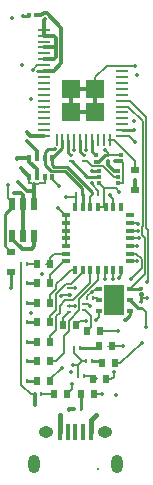
<source format=gbr>
G04 #@! TF.FileFunction,Copper,L1,Top,Signal*
%FSLAX46Y46*%
G04 Gerber Fmt 4.6, Leading zero omitted, Abs format (unit mm)*
G04 Created by KiCad (PCBNEW 4.0.5) date 07/06/17 21:13:05*
%MOMM*%
%LPD*%
G01*
G04 APERTURE LIST*
%ADD10C,0.100000*%
%ADD11R,0.430000X0.280000*%
%ADD12R,0.400000X1.350000*%
%ADD13O,1.250000X0.950000*%
%ADD14O,1.000000X1.550000*%
%ADD15R,0.600000X0.700000*%
%ADD16R,0.600000X1.050000*%
%ADD17R,0.350000X0.500000*%
%ADD18R,0.800000X0.600000*%
%ADD19R,1.000000X0.254000*%
%ADD20R,0.254000X1.000000*%
%ADD21R,1.500000X1.500000*%
%ADD22R,0.350000X0.300000*%
%ADD23R,0.300000X0.350000*%
%ADD24R,0.750000X0.350000*%
%ADD25R,0.350000X0.750000*%
%ADD26R,0.280000X0.430000*%
%ADD27R,0.400000X0.350000*%
%ADD28R,0.500000X0.450000*%
%ADD29R,1.750000X2.500000*%
%ADD30C,0.355600*%
%ADD31C,0.304800*%
%ADD32C,0.152400*%
%ADD33C,0.203200*%
%ADD34C,0.304800*%
%ADD35C,0.254000*%
%ADD36C,0.381000*%
%ADD37C,0.106680*%
G04 APERTURE END LIST*
D10*
D11*
X139192000Y-92208000D03*
X139192000Y-91688000D03*
D12*
X138400000Y-102409000D03*
X139050000Y-102409000D03*
X139700000Y-102409000D03*
X140350000Y-102409000D03*
X141000000Y-102409000D03*
D13*
X137200000Y-102409000D03*
X142200000Y-102409000D03*
D14*
X136200000Y-105109000D03*
X143200000Y-105109000D03*
D15*
X136483000Y-93091000D03*
X137583000Y-93091000D03*
X136483000Y-88138000D03*
X137583000Y-88138000D03*
D16*
X136205000Y-83105000D03*
X135255000Y-83105000D03*
X134305000Y-83105000D03*
X134305000Y-85805000D03*
X135255000Y-85805000D03*
X136205000Y-85805000D03*
D17*
X135804000Y-79210000D03*
X136454000Y-79210000D03*
X137104000Y-79210000D03*
X137754000Y-79210000D03*
X137754000Y-80810000D03*
X137104000Y-80810000D03*
X136454000Y-80810000D03*
X135804000Y-80810000D03*
D11*
X139319000Y-78937200D03*
X139319000Y-79457200D03*
D18*
X134239000Y-87110200D03*
X134239000Y-88810200D03*
X144780000Y-81876000D03*
X144780000Y-80176000D03*
D19*
X137046000Y-68321000D03*
X137046000Y-68821000D03*
X137046000Y-69321000D03*
X137046000Y-69821000D03*
X137046000Y-70321000D03*
X137046000Y-77321000D03*
X137046000Y-70821000D03*
X137046000Y-71321000D03*
X137046000Y-71821000D03*
X137046000Y-72321000D03*
X137046000Y-72821000D03*
X137046000Y-73321000D03*
X137046000Y-73821000D03*
X137046000Y-74321000D03*
X137046000Y-74821000D03*
X137046000Y-75321000D03*
X137046000Y-75821000D03*
X137046000Y-76321000D03*
X137046000Y-76821000D03*
D20*
X138101000Y-77611000D03*
X138601000Y-77611000D03*
X139101000Y-77611000D03*
X139601000Y-77611000D03*
X140101000Y-77611000D03*
X140601000Y-77611000D03*
X141101000Y-77611000D03*
X141601000Y-77611000D03*
X142101000Y-77611000D03*
X142601000Y-77611000D03*
D19*
X143656000Y-77321000D03*
X143656000Y-76821000D03*
X143656000Y-76321000D03*
X143656000Y-75821000D03*
X143656000Y-75321000D03*
X143656000Y-74821000D03*
X143656000Y-74321000D03*
X143656000Y-73821000D03*
X143656000Y-73321000D03*
X143656000Y-72821000D03*
X143656000Y-72321000D03*
X143656000Y-71821000D03*
D21*
X139351000Y-73311000D03*
X139351000Y-75311000D03*
X141351000Y-75311000D03*
X141351000Y-73311000D03*
D22*
X141401800Y-79502600D03*
X141401800Y-78942600D03*
D23*
X136347800Y-67106800D03*
X135787800Y-67106800D03*
D22*
X143535400Y-79451800D03*
X143535400Y-78891800D03*
D24*
X138930000Y-84029000D03*
X138930000Y-84679000D03*
X138930000Y-85329000D03*
X138930000Y-85979000D03*
X138930000Y-86629000D03*
X138930000Y-87279000D03*
X138930000Y-87929000D03*
D25*
X139655000Y-88654000D03*
D24*
X144280000Y-87929000D03*
X144280000Y-87279000D03*
X144280000Y-86629000D03*
X144280000Y-85979000D03*
X144280000Y-85329000D03*
X144280000Y-84679000D03*
X144280000Y-84029000D03*
D25*
X140305000Y-88654000D03*
X140955000Y-88654000D03*
X141605000Y-88654000D03*
X142255000Y-88654000D03*
X142905000Y-88654000D03*
X143555000Y-88654000D03*
X143555000Y-83304000D03*
X142905000Y-83304000D03*
X142255000Y-83304000D03*
X141605000Y-83304000D03*
X140955000Y-83304000D03*
X140305000Y-83304000D03*
X139655000Y-83304000D03*
D26*
X141636400Y-82240120D03*
X141116400Y-82240120D03*
X142652400Y-82321400D03*
X142132400Y-82321400D03*
X135642000Y-88138000D03*
X135122000Y-88138000D03*
X135642000Y-91440000D03*
X135122000Y-91440000D03*
X135642000Y-94742000D03*
X135122000Y-94742000D03*
X135642000Y-98044000D03*
X135122000Y-98044000D03*
X140137800Y-100457000D03*
X139617800Y-100457000D03*
X141103000Y-96393000D03*
X140583000Y-96393000D03*
D11*
X140462000Y-92055600D03*
X140462000Y-91535600D03*
D26*
X135642000Y-89789000D03*
X135122000Y-89789000D03*
X135642000Y-93091000D03*
X135122000Y-93091000D03*
X135642000Y-96393000D03*
X135122000Y-96393000D03*
X136785000Y-99187000D03*
X136265000Y-99187000D03*
X140468000Y-97663000D03*
X139948000Y-97663000D03*
X140087000Y-95250000D03*
X139567000Y-95250000D03*
D11*
X142468600Y-79457200D03*
X142468600Y-78937200D03*
X140385800Y-79457200D03*
X140385800Y-78937200D03*
D27*
X141694000Y-80272000D03*
X141694000Y-80772000D03*
X141694000Y-81272000D03*
X143294000Y-81272000D03*
X143294000Y-80772000D03*
X143294000Y-80272000D03*
D11*
X139192000Y-90214800D03*
X139192000Y-90734800D03*
X145288000Y-90684000D03*
X145288000Y-90164000D03*
X145288000Y-91383200D03*
X145288000Y-91903200D03*
D26*
X141204600Y-91059000D03*
X140684600Y-91059000D03*
D28*
X144302000Y-92136000D03*
X144302000Y-91186000D03*
X144302000Y-90236000D03*
X141702000Y-90236000D03*
X141702000Y-91186000D03*
X141702000Y-92136000D03*
D29*
X143002000Y-91186000D03*
D26*
X139749880Y-82199480D03*
X140269880Y-82199480D03*
D15*
X136483000Y-91440000D03*
X137583000Y-91440000D03*
X136483000Y-94742000D03*
X137583000Y-94742000D03*
X136483000Y-98044000D03*
X137583000Y-98044000D03*
X140166000Y-99187000D03*
X141266000Y-99187000D03*
X141944000Y-96520000D03*
X143044000Y-96520000D03*
X140674000Y-93853000D03*
X141774000Y-93853000D03*
X136483000Y-89789000D03*
X137583000Y-89789000D03*
X136483000Y-96393000D03*
X137583000Y-96393000D03*
X137880000Y-99187000D03*
X138980000Y-99187000D03*
X141182000Y-97917000D03*
X142282000Y-97917000D03*
X141690000Y-95123000D03*
X142790000Y-95123000D03*
X138642000Y-93345000D03*
X139742000Y-93345000D03*
D30*
X136067800Y-71704200D03*
X135153400Y-71323200D03*
X135610600Y-77749400D03*
X135102600Y-80060800D03*
X139141200Y-100482400D03*
X136271000Y-100126800D03*
X135915400Y-92329000D03*
X139496800Y-96723200D03*
X140970000Y-91694000D03*
X134874000Y-81229200D03*
X141071600Y-81305400D03*
X141071600Y-80238600D03*
X138938000Y-82448400D03*
X139662799Y-91668600D03*
X138277600Y-81508600D03*
X144729200Y-77851000D03*
X143408400Y-82016600D03*
X135940800Y-74142600D03*
X144703800Y-71374000D03*
X137134600Y-67437000D03*
X135585200Y-77012800D03*
X141135382Y-90527782D03*
X143103600Y-99212400D03*
X141478000Y-100914200D03*
X134772400Y-79222600D03*
X134518400Y-82118200D03*
X142163800Y-78460600D03*
X138202199Y-83413438D03*
X143367362Y-89311540D03*
X139649200Y-90195400D03*
X134366000Y-67335400D03*
D31*
X141605000Y-105521760D03*
D30*
X135204200Y-86842600D03*
X139344400Y-97256600D03*
X145745200Y-91033600D03*
X135255000Y-67132200D03*
X144780000Y-81051400D03*
X133959600Y-81432400D03*
X144653000Y-76809600D03*
X137939499Y-78413842D03*
X140614400Y-78486000D03*
X139573000Y-78460600D03*
X138430000Y-100965000D03*
X141478000Y-92862400D03*
X142240000Y-89382600D03*
X138531600Y-96926400D03*
X144932400Y-87934800D03*
X141986000Y-99161600D03*
X145313400Y-94818200D03*
X144932400Y-86664800D03*
X144983200Y-85318600D03*
X143306800Y-93853001D03*
X139395200Y-98298000D03*
X142900400Y-89433400D03*
X142951200Y-97307400D03*
X144399000Y-89382600D03*
X143713200Y-95072200D03*
X145059400Y-85953600D03*
X140614400Y-92989400D03*
X145008600Y-84734400D03*
X138506200Y-90855800D03*
X134239000Y-90144600D03*
X143078200Y-79451200D03*
X144907000Y-72161400D03*
X142707808Y-79999392D03*
X144678400Y-76047600D03*
X145694400Y-93497400D03*
X145719800Y-89636600D03*
X143891000Y-92913200D03*
X136829800Y-89001600D03*
D32*
X142430500Y-95120000D02*
X142427500Y-95123000D01*
D33*
X137046000Y-71321000D02*
X136451000Y-71321000D01*
X136451000Y-71321000D02*
X136067800Y-71704200D01*
D34*
X136454000Y-79210000D02*
X136454000Y-78592800D01*
X136454000Y-78592800D02*
X135610600Y-77749400D01*
X135804000Y-80810000D02*
X135804000Y-80762200D01*
X135804000Y-80762200D02*
X135102600Y-80060800D01*
X139617800Y-100457000D02*
X139166600Y-100457000D01*
X139166600Y-100457000D02*
X139141200Y-100482400D01*
X136265000Y-99187000D02*
X136265000Y-100120800D01*
X136265000Y-100120800D02*
X136271000Y-100126800D01*
D32*
X139948000Y-96735600D02*
X139509200Y-96735600D01*
X139509200Y-96735600D02*
X139496800Y-96723200D01*
X140290600Y-96393000D02*
X139948000Y-96735600D01*
X139948000Y-96735600D02*
X139948000Y-97663000D01*
X139567000Y-95250000D02*
X139567000Y-95669400D01*
X139567000Y-95669400D02*
X140290600Y-96393000D01*
X140290600Y-96393000D02*
X140583000Y-96393000D01*
X135122000Y-98044000D02*
X135122000Y-98411400D01*
X135122000Y-98411400D02*
X135897600Y-99187000D01*
X135897600Y-99187000D02*
X135972600Y-99187000D01*
X135972600Y-99187000D02*
X136265000Y-99187000D01*
X135122000Y-96393000D02*
X135122000Y-98044000D01*
X135122000Y-94742000D02*
X135122000Y-96393000D01*
X135122000Y-93091000D02*
X135122000Y-94742000D01*
X135122000Y-91440000D02*
X135122000Y-93091000D01*
X135122000Y-89789000D02*
X135122000Y-91440000D01*
X135122000Y-88138000D02*
X135122000Y-88505400D01*
X135122000Y-88505400D02*
X135122000Y-89789000D01*
X140462000Y-91535600D02*
X140811600Y-91535600D01*
X140811600Y-91535600D02*
X140970000Y-91694000D01*
D34*
X136194800Y-81940400D02*
X136194800Y-81339401D01*
X136194800Y-82265000D02*
X136194800Y-81940400D01*
X136194800Y-81940400D02*
X135585200Y-81940400D01*
X135585200Y-81940400D02*
X134874000Y-81229200D01*
D33*
X137078599Y-81288601D02*
X136194800Y-81339401D01*
X136194800Y-81339401D02*
X135829401Y-81288601D01*
D34*
X136205000Y-83105000D02*
X136205000Y-82275200D01*
X136205000Y-82275200D02*
X136194800Y-82265000D01*
D33*
X137104000Y-80810000D02*
X137104000Y-81263200D01*
X137104000Y-81263200D02*
X137078599Y-81288601D01*
X135829401Y-81288601D02*
X135804000Y-81263200D01*
X135804000Y-81263200D02*
X135804000Y-80810000D01*
X139749880Y-82199480D02*
X139749880Y-82524600D01*
X139749880Y-82524600D02*
X139749880Y-83209120D01*
X138938000Y-82448400D02*
X139673680Y-82448400D01*
X139673680Y-82448400D02*
X139749880Y-82524600D01*
X139749880Y-83209120D02*
X139655000Y-83304000D01*
D32*
X141636400Y-82240120D02*
X141636400Y-81955162D01*
X141636400Y-81955162D02*
X141071600Y-81390362D01*
X141071600Y-81390362D02*
X141071600Y-81305400D01*
D35*
X141694000Y-80272000D02*
X141105000Y-80272000D01*
X141105000Y-80272000D02*
X141071600Y-80238600D01*
D32*
X139655000Y-83304000D02*
X139655000Y-83165400D01*
X139192000Y-91688000D02*
X139643399Y-91688000D01*
X139643399Y-91688000D02*
X139662799Y-91668600D01*
D34*
X136205000Y-83105000D02*
X136300200Y-83105000D01*
D35*
X139192000Y-91688000D02*
X139192000Y-91607640D01*
D33*
X137754000Y-80810000D02*
X137754000Y-80985000D01*
X137754000Y-80985000D02*
X138277600Y-81508600D01*
X143656000Y-77321000D02*
X144199200Y-77321000D01*
X144199200Y-77321000D02*
X144729200Y-77851000D01*
X142132400Y-81710400D02*
X143102200Y-81710400D01*
X143102200Y-81710400D02*
X143408400Y-82016600D01*
X141351000Y-73311000D02*
X141351000Y-72357800D01*
X141351000Y-72357800D02*
X142334800Y-71374000D01*
X142334800Y-71374000D02*
X144703800Y-71374000D01*
D34*
X137046000Y-67876120D02*
X137046000Y-67525600D01*
X137046000Y-67525600D02*
X137134600Y-67437000D01*
X137046000Y-77321000D02*
X135893400Y-77321000D01*
X135893400Y-77321000D02*
X135585200Y-77012800D01*
D32*
X140684600Y-90851000D02*
X141135382Y-90527782D01*
D33*
X141702000Y-90236000D02*
X141427164Y-90236000D01*
X141427164Y-90236000D02*
X141135382Y-90527782D01*
D34*
X135255000Y-85805000D02*
X135255000Y-83105000D01*
D36*
X141000000Y-102409000D02*
X141000000Y-101392200D01*
X141000000Y-101392200D02*
X141478000Y-100914200D01*
D32*
X140684600Y-91059000D02*
X140684600Y-90851000D01*
D34*
X135804000Y-79210000D02*
X134785000Y-79210000D01*
X134785000Y-79210000D02*
X134772400Y-79222600D01*
X136454000Y-80810000D02*
X136454000Y-80137922D01*
X136454000Y-80137922D02*
X135804000Y-79487922D01*
X135804000Y-79487922D02*
X135804000Y-79210000D01*
X135255000Y-83105000D02*
X135255000Y-82275200D01*
X135255000Y-82275200D02*
X135098000Y-82118200D01*
X135098000Y-82118200D02*
X134518400Y-82118200D01*
D33*
X142468600Y-78937200D02*
X142468600Y-78765400D01*
X142468600Y-78765400D02*
X142163800Y-78460600D01*
X143535400Y-78891800D02*
X142514000Y-78891800D01*
X142514000Y-78891800D02*
X142468600Y-78937200D01*
X142255000Y-83304000D02*
X141605000Y-83304000D01*
X142132400Y-82321400D02*
X142132400Y-83181400D01*
X142132400Y-83181400D02*
X142255000Y-83304000D01*
D32*
X142132400Y-82321400D02*
X142132400Y-81710400D01*
X142132400Y-81710400D02*
X141694000Y-81272000D01*
D35*
X141401800Y-79502600D02*
X141610998Y-79502600D01*
X141610998Y-79502600D02*
X142176398Y-78937200D01*
X142176398Y-78937200D02*
X142468600Y-78937200D01*
D32*
X138930000Y-84029000D02*
X138817761Y-84029000D01*
X138817761Y-84029000D02*
X138202199Y-83413438D01*
X138930000Y-84679000D02*
X138930000Y-84029000D01*
X138930000Y-85329000D02*
X138930000Y-84679000D01*
X138930000Y-85979000D02*
X138930000Y-85329000D01*
X138930000Y-86629000D02*
X138930000Y-85979000D01*
X143555000Y-88654000D02*
X143555000Y-89123902D01*
X143555000Y-89123902D02*
X143367362Y-89311540D01*
D33*
X139192000Y-90214800D02*
X139629800Y-90214800D01*
X139629800Y-90214800D02*
X139649200Y-90195400D01*
D34*
X135255000Y-83105000D02*
X135255000Y-82697320D01*
D35*
X135804000Y-79210000D02*
X135804000Y-79308600D01*
D34*
X137046000Y-68321000D02*
X137046000Y-67876120D01*
X139351000Y-75311000D02*
X139351000Y-73311000D01*
X138079480Y-68991480D02*
X138079480Y-69738240D01*
X138079480Y-69738240D02*
X138079480Y-70592320D01*
X137933560Y-69738240D02*
X138079480Y-69738240D01*
X137046000Y-69821000D02*
X137850800Y-69821000D01*
X137850800Y-69821000D02*
X137933560Y-69738240D01*
X137046000Y-68821000D02*
X137850800Y-68821000D01*
X137850800Y-68821000D02*
X137853640Y-68823840D01*
X137853640Y-68823840D02*
X137911840Y-68823840D01*
X137911840Y-68823840D02*
X138079480Y-68991480D01*
X138079480Y-70592320D02*
X137850800Y-70821000D01*
X137850800Y-70821000D02*
X137046000Y-70821000D01*
X137046000Y-68321000D02*
X137046000Y-68821000D01*
X141351000Y-73311000D02*
X139351000Y-73311000D01*
X141351000Y-75311000D02*
X141351000Y-73311000D01*
X141351000Y-75311000D02*
X139351000Y-75311000D01*
D32*
X141694000Y-81272000D02*
X141724000Y-81272000D01*
D35*
X141401800Y-78942600D02*
X141101000Y-78641800D01*
X141101000Y-78641800D02*
X141101000Y-77611000D01*
D34*
X135204200Y-86842600D02*
X135997200Y-86842600D01*
X135997200Y-86842600D02*
X136205000Y-86634800D01*
X136205000Y-86634800D02*
X136205000Y-85805000D01*
X134305000Y-85805000D02*
X134305000Y-86076799D01*
X134305000Y-86076799D02*
X134893002Y-86664801D01*
X134893002Y-86664801D02*
X135026401Y-86664801D01*
X135026401Y-86664801D02*
X135204200Y-86842600D01*
D35*
X145288000Y-91059000D02*
X145288000Y-91383200D01*
X145288000Y-90684000D02*
X145288000Y-91059000D01*
D32*
X145288000Y-91059000D02*
X145719800Y-91059000D01*
X145719800Y-91059000D02*
X145745200Y-91033600D01*
D34*
X134305000Y-85805000D02*
X134305000Y-86155490D01*
X136205000Y-86155490D02*
X136205000Y-85805000D01*
X134305000Y-86030000D02*
X134305000Y-85805000D01*
D36*
X145293080Y-90689080D02*
X145288000Y-90684000D01*
D37*
X145282000Y-90678000D02*
X145288000Y-90684000D01*
D34*
X137005800Y-66903600D02*
X137277858Y-66903600D01*
X137277858Y-66903600D02*
X138511290Y-68137032D01*
X138511290Y-68137032D02*
X138511290Y-71160510D01*
X138511290Y-71160510D02*
X137850800Y-71821000D01*
X137850800Y-71821000D02*
X137046000Y-71821000D01*
X136347800Y-67106800D02*
X136802600Y-67106800D01*
X136802600Y-67106800D02*
X137005800Y-66903600D01*
D35*
X136489230Y-71821000D02*
X137046000Y-71821000D01*
X135255000Y-67132200D02*
X135762400Y-67132200D01*
X135762400Y-67132200D02*
X135787800Y-67106800D01*
D33*
X134239000Y-87110200D02*
X133750999Y-86622199D01*
D34*
X144780000Y-81051400D02*
X144780000Y-81876000D01*
D32*
X134305000Y-83105000D02*
X134305000Y-82880000D01*
X134305000Y-82880000D02*
X133959600Y-82534600D01*
X133959600Y-82534600D02*
X133959600Y-81432400D01*
D35*
X133750999Y-86622199D02*
X133751000Y-83884000D01*
X133751000Y-83884000D02*
X134305000Y-83330000D01*
X134305000Y-83330000D02*
X134305000Y-83105000D01*
X134360920Y-83049080D02*
X134305000Y-83105000D01*
D33*
X144780000Y-80176000D02*
X144780000Y-79399918D01*
X144780000Y-79399918D02*
X142991082Y-77611000D01*
X142991082Y-77611000D02*
X142931200Y-77611000D01*
X142931200Y-77611000D02*
X142601000Y-77611000D01*
D36*
X144791800Y-80187800D02*
X144780000Y-80176000D01*
D34*
X142601000Y-77611000D02*
X142655320Y-77611000D01*
D33*
X141116400Y-82327400D02*
X140955000Y-82488800D01*
X140955000Y-82488800D02*
X140955000Y-83304000D01*
X141116400Y-82240120D02*
X141116400Y-82327400D01*
D35*
X137754000Y-79210000D02*
X138601000Y-78363000D01*
X138601000Y-78363000D02*
X138601000Y-77611000D01*
X137887791Y-79924991D02*
X137754000Y-79791200D01*
X137754000Y-79791200D02*
X137754000Y-79210000D01*
X139003219Y-79924991D02*
X137887791Y-79924991D01*
X141116400Y-82240120D02*
X141116400Y-82038172D01*
X141116400Y-82038172D02*
X139003219Y-79924991D01*
D32*
X140964000Y-83295000D02*
X140955000Y-83304000D01*
D35*
X144653000Y-76809600D02*
X143667400Y-76809600D01*
X143667400Y-76809600D02*
X143656000Y-76821000D01*
X137104000Y-79210000D02*
X137104000Y-78706000D01*
X137104000Y-78706000D02*
X137396158Y-78413842D01*
X137396158Y-78413842D02*
X137939499Y-78413842D01*
X140269880Y-82199480D02*
X140269880Y-81730480D01*
X140269880Y-81730480D02*
X138845399Y-80305999D01*
X138845399Y-80305999D02*
X137608399Y-80305999D01*
X137608399Y-80305999D02*
X137104000Y-79801600D01*
X137104000Y-79801600D02*
X137104000Y-79210000D01*
X140305000Y-83304000D02*
X140305000Y-82234600D01*
X140305000Y-82234600D02*
X140269880Y-82199480D01*
D33*
X140614400Y-78486000D02*
X140614400Y-77624400D01*
X140614400Y-77624400D02*
X140601000Y-77611000D01*
X139601000Y-77611000D02*
X139601000Y-78432600D01*
X139601000Y-78432600D02*
X139573000Y-78460600D01*
D36*
X138430000Y-100965000D02*
X138430000Y-102379000D01*
X138430000Y-102379000D02*
X138400000Y-102409000D01*
D32*
X141702000Y-92136000D02*
X141702000Y-92638400D01*
X141702000Y-92638400D02*
X141478000Y-92862400D01*
X142652400Y-82321400D02*
X142652400Y-82396400D01*
X142652400Y-82396400D02*
X142905000Y-82649000D01*
X142905000Y-82649000D02*
X142905000Y-83304000D01*
D34*
X142651000Y-82322800D02*
X142652400Y-82321400D01*
D32*
X142875000Y-83274000D02*
X142905000Y-83304000D01*
D33*
X136483000Y-88138000D02*
X135642000Y-88138000D01*
D32*
X137917400Y-87279000D02*
X137583000Y-87613400D01*
X137583000Y-87613400D02*
X137583000Y-88138000D01*
X138930000Y-87279000D02*
X137917400Y-87279000D01*
X137287000Y-88138000D02*
X137220500Y-88138000D01*
D35*
X135642000Y-91440000D02*
X136483000Y-91440000D01*
D32*
X138086201Y-90259799D02*
X137583000Y-90763000D01*
X137583000Y-90763000D02*
X137583000Y-91440000D01*
X138607800Y-89357200D02*
X138086201Y-89878799D01*
X138086201Y-89878799D02*
X138086201Y-90259799D01*
X138624400Y-89357200D02*
X138607800Y-89357200D01*
X139655000Y-88654000D02*
X139327600Y-88654000D01*
X139327600Y-88654000D02*
X138624400Y-89357200D01*
D35*
X135642000Y-94742000D02*
X136483000Y-94742000D01*
D32*
X138086201Y-92596599D02*
X138086201Y-93736399D01*
X138086201Y-93736399D02*
X137583000Y-94239600D01*
X137583000Y-94239600D02*
X137583000Y-94742000D01*
X139456482Y-91236800D02*
X138811000Y-91236800D01*
X138365611Y-92317189D02*
X138086201Y-92596599D01*
X138811000Y-91236800D02*
X138365611Y-91682189D01*
X138365611Y-91682189D02*
X138365611Y-92317189D01*
D33*
X140955000Y-88654000D02*
X140955000Y-89738282D01*
X140955000Y-89738282D02*
X139456482Y-91236800D01*
D35*
X135642000Y-98044000D02*
X136483000Y-98044000D01*
D32*
X142240000Y-89382600D02*
X142240000Y-88669000D01*
X142240000Y-88669000D02*
X142255000Y-88654000D01*
X137583000Y-98044000D02*
X137583000Y-97875000D01*
X137583000Y-97875000D02*
X138531600Y-96926400D01*
D35*
X140166000Y-99187000D02*
X140166000Y-100428800D01*
X140166000Y-100428800D02*
X140137800Y-100457000D01*
D32*
X144932400Y-87934800D02*
X144285800Y-87934800D01*
X144285800Y-87934800D02*
X144280000Y-87929000D01*
X141266000Y-99187000D02*
X141960600Y-99187000D01*
X141960600Y-99187000D02*
X141986000Y-99161600D01*
D35*
X141103000Y-96393000D02*
X141817000Y-96393000D01*
X141817000Y-96393000D02*
X141944000Y-96520000D01*
D32*
X143496400Y-96520000D02*
X145313400Y-94818200D01*
X145313400Y-94818200D02*
X145313400Y-94767400D01*
X144280000Y-86629000D02*
X144896600Y-86629000D01*
X144896600Y-86629000D02*
X144932400Y-86664800D01*
X144315800Y-86664800D02*
X144280000Y-86629000D01*
X145249000Y-94767400D02*
X145313400Y-94767400D01*
X143044000Y-96520000D02*
X143496400Y-96520000D01*
X144480000Y-86629000D02*
X144280000Y-86629000D01*
X140674000Y-93853000D02*
X140674000Y-93803000D01*
X140674000Y-93803000D02*
X140995401Y-93481599D01*
X140995401Y-93481599D02*
X140995401Y-92514001D01*
X140995401Y-92514001D02*
X140537000Y-92055600D01*
X140537000Y-92055600D02*
X140462000Y-92055600D01*
X144983200Y-85318600D02*
X144290400Y-85318600D01*
X144290400Y-85318600D02*
X144280000Y-85329000D01*
X141774000Y-93853000D02*
X142226401Y-93853001D01*
X142226401Y-93853001D02*
X143306800Y-93853001D01*
D35*
X135642000Y-89789000D02*
X136483000Y-89789000D01*
D32*
X138930000Y-87929000D02*
X138730000Y-87929000D01*
X138730000Y-87929000D02*
X137583000Y-89076000D01*
X137583000Y-89076000D02*
X137583000Y-89286600D01*
X137583000Y-89286600D02*
X137583000Y-89789000D01*
D35*
X135642000Y-93091000D02*
X136483000Y-93091000D01*
D32*
X137583000Y-93091000D02*
X137583000Y-92588600D01*
X140305000Y-88854000D02*
X140305000Y-88654000D01*
X137583000Y-92588600D02*
X138086201Y-92085399D01*
X138086201Y-92085399D02*
X138086201Y-90654943D01*
X138086201Y-90654943D02*
X138869545Y-89871599D01*
X138869545Y-89871599D02*
X139287401Y-89871599D01*
X139287401Y-89871599D02*
X140305000Y-88854000D01*
D35*
X135642000Y-96393000D02*
X136483000Y-96393000D01*
D32*
X141605000Y-88654000D02*
X141605000Y-89519348D01*
X141605000Y-89519348D02*
X140043799Y-91080549D01*
X140043799Y-91080549D02*
X140043799Y-92076963D01*
X138743362Y-95685038D02*
X138035400Y-96393000D01*
X140043799Y-92076963D02*
X139145201Y-92975561D01*
X139145201Y-92975561D02*
X139145201Y-93857561D01*
X139145201Y-93857561D02*
X138743362Y-94259400D01*
X138743362Y-94259400D02*
X138743362Y-95685038D01*
X138035400Y-96393000D02*
X137583000Y-96393000D01*
X136785000Y-99187000D02*
X137734500Y-99187000D01*
X139395200Y-98298000D02*
X139395200Y-98771800D01*
X139395200Y-98771800D02*
X138980000Y-99187000D01*
X142905000Y-88654000D02*
X142905000Y-89428800D01*
X142905000Y-89428800D02*
X142900400Y-89433400D01*
X140468000Y-97663000D02*
X141290500Y-97663000D01*
X141290500Y-97663000D02*
X141544500Y-97917000D01*
X142951200Y-97307400D02*
X142951200Y-97700200D01*
X142951200Y-97700200D02*
X142734400Y-97917000D01*
X142734400Y-97917000D02*
X142282000Y-97917000D01*
X144280000Y-87279000D02*
X144840482Y-87279000D01*
X144840482Y-87279000D02*
X145313401Y-87751919D01*
X145313401Y-87751919D02*
X145313401Y-88468199D01*
X145313401Y-88468199D02*
X144399000Y-89382600D01*
X144280000Y-87279000D02*
X144480000Y-87279000D01*
D35*
X140087000Y-95250000D02*
X141563000Y-95250000D01*
X141563000Y-95250000D02*
X141690000Y-95123000D01*
D32*
X143713200Y-95072200D02*
X142840800Y-95072200D01*
X142840800Y-95072200D02*
X142790000Y-95123000D01*
X144280000Y-85979000D02*
X145034000Y-85979000D01*
X145034000Y-85979000D02*
X145059400Y-85953600D01*
X139192000Y-92208000D02*
X138642000Y-92758000D01*
X138642000Y-92758000D02*
X138642000Y-93345000D01*
X140614400Y-92989400D02*
X140097600Y-92989400D01*
X140097600Y-92989400D02*
X139742000Y-93345000D01*
X144280000Y-84679000D02*
X144953200Y-84679000D01*
X144953200Y-84679000D02*
X145008600Y-84734400D01*
D35*
X140385800Y-78937200D02*
X140101000Y-78652400D01*
X140101000Y-78652400D02*
X140101000Y-77611000D01*
X139319000Y-78937200D02*
X139101000Y-78719200D01*
X139101000Y-78719200D02*
X139101000Y-77611000D01*
D32*
X139192000Y-90734800D02*
X138627200Y-90734800D01*
X138627200Y-90734800D02*
X138506200Y-90855800D01*
D35*
X134239000Y-88810200D02*
X134239000Y-90144600D01*
D34*
X139212320Y-90755120D02*
X139192000Y-90734800D01*
X143078200Y-79451200D02*
X143534800Y-79451200D01*
X143534800Y-79451200D02*
X143535400Y-79451800D01*
D33*
X143294000Y-81272000D02*
X143697200Y-81272000D01*
X143697200Y-81272000D02*
X143722601Y-81246599D01*
X143722601Y-81246599D02*
X143722601Y-79639001D01*
X143722601Y-79639001D02*
X143535400Y-79451800D01*
D35*
X139319000Y-79457200D02*
X139394000Y-79457200D01*
X139394000Y-79457200D02*
X140708800Y-80772000D01*
X140708800Y-80772000D02*
X141240000Y-80772000D01*
X141240000Y-80772000D02*
X141694000Y-80772000D01*
D32*
X140385800Y-79457200D02*
X140665638Y-79457200D01*
X140665638Y-79457200D02*
X141066037Y-79857599D01*
X141066037Y-79857599D02*
X142027199Y-79857599D01*
X142027199Y-79857599D02*
X142941600Y-80772000D01*
X142941600Y-80772000D02*
X143294000Y-80772000D01*
D34*
X143294000Y-80272000D02*
X142980416Y-80272000D01*
X142980416Y-80272000D02*
X142707808Y-79999392D01*
X142468600Y-79457200D02*
X142468600Y-79760184D01*
X142468600Y-79760184D02*
X142707808Y-79999392D01*
D32*
X142468600Y-79457200D02*
X142479200Y-79457200D01*
X145389601Y-84912199D02*
X145364201Y-84937599D01*
X145364201Y-84937599D02*
X145364201Y-85694519D01*
X145364201Y-85694519D02*
X145592811Y-85923129D01*
X145592811Y-85923129D02*
X145592811Y-88970189D01*
X145592811Y-88970189D02*
X144327000Y-90236000D01*
X144327000Y-90236000D02*
X144302000Y-90236000D01*
X143656000Y-74821000D02*
X144148762Y-74821000D01*
X144148762Y-74821000D02*
X145389601Y-76061839D01*
X145389601Y-76061839D02*
X145389601Y-84912199D01*
D35*
X144302000Y-90236000D02*
X145216000Y-90236000D01*
X145216000Y-90236000D02*
X145288000Y-90164000D01*
D32*
X145288000Y-90164000D02*
X145213000Y-90164000D01*
X143674000Y-74803000D02*
X143656000Y-74821000D01*
X145694400Y-93497400D02*
X145694400Y-92234600D01*
X145694400Y-92234600D02*
X145363000Y-91903200D01*
X145363000Y-91903200D02*
X145288000Y-91903200D01*
X145872221Y-85807394D02*
X145872221Y-89484179D01*
X145872221Y-89484179D02*
X145719800Y-89636600D01*
X145669011Y-75946104D02*
X145669011Y-85064589D01*
X145669011Y-85064589D02*
X145872221Y-85267799D01*
X145872221Y-85267799D02*
X145872221Y-85807394D01*
X143656000Y-74321000D02*
X144308400Y-74321000D01*
X144308400Y-74321000D02*
X145669011Y-75681611D01*
X145669011Y-75681611D02*
X145669011Y-75946104D01*
D35*
X144302000Y-91186000D02*
X145019200Y-91903200D01*
X145019200Y-91903200D02*
X145288000Y-91903200D01*
D32*
X141204600Y-91059000D02*
X141575000Y-91059000D01*
X141575000Y-91059000D02*
X141702000Y-91186000D01*
D35*
X143891000Y-92913200D02*
X144302000Y-92502200D01*
X144302000Y-92502200D02*
X144302000Y-92136000D01*
X137000500Y-74866500D02*
X137046000Y-74821000D01*
D33*
X137044000Y-75819000D02*
X137046000Y-75821000D01*
D32*
X137032000Y-76835000D02*
X137046000Y-76821000D01*
M02*

</source>
